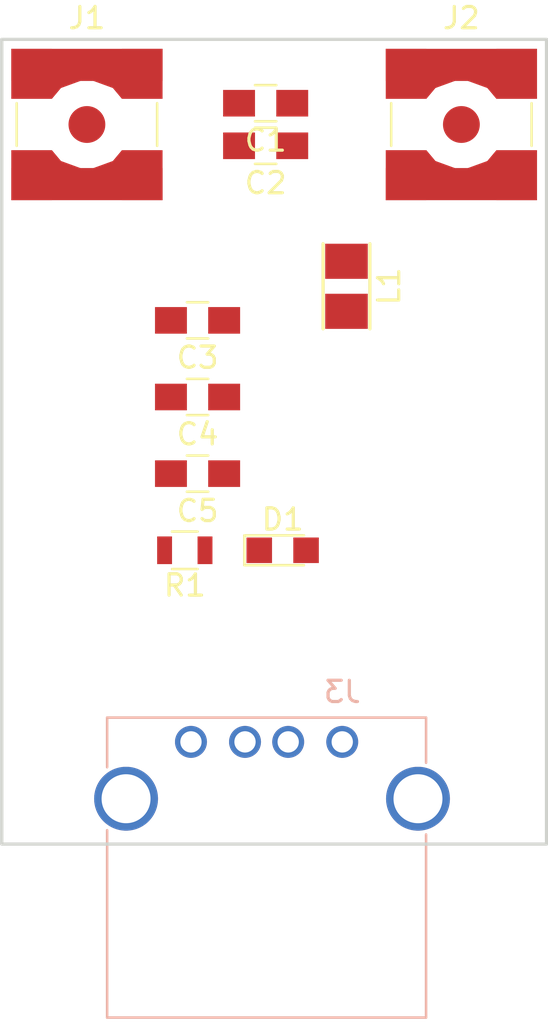
<source format=kicad_pcb>
(kicad_pcb (version 4) (host pcbnew 4.0.7)

  (general
    (links 44)
    (no_connects 20)
    (area 141.314999 90.625 167.485001 138.825001)
    (thickness 1.6)
    (drawings 4)
    (tracks 0)
    (zones 0)
    (modules 11)
    (nets 9)
  )

  (page A4)
  (layers
    (0 F.Cu signal)
    (31 B.Cu signal)
    (32 B.Adhes user)
    (33 F.Adhes user)
    (34 B.Paste user)
    (35 F.Paste user)
    (36 B.SilkS user)
    (37 F.SilkS user)
    (38 B.Mask user)
    (39 F.Mask user)
    (40 Dwgs.User user)
    (41 Cmts.User user)
    (42 Eco1.User user)
    (43 Eco2.User user)
    (44 Edge.Cuts user)
    (45 Margin user)
    (46 B.CrtYd user)
    (47 F.CrtYd user)
    (48 B.Fab user)
    (49 F.Fab user)
  )

  (setup
    (last_trace_width 0.25)
    (trace_clearance 0.2)
    (zone_clearance 0.508)
    (zone_45_only no)
    (trace_min 0.2)
    (segment_width 0.2)
    (edge_width 0.15)
    (via_size 0.6)
    (via_drill 0.4)
    (via_min_size 0.4)
    (via_min_drill 0.3)
    (uvia_size 0.3)
    (uvia_drill 0.1)
    (uvias_allowed no)
    (uvia_min_size 0.2)
    (uvia_min_drill 0.1)
    (pcb_text_width 0.3)
    (pcb_text_size 1.5 1.5)
    (mod_edge_width 0.15)
    (mod_text_size 1 1)
    (mod_text_width 0.15)
    (pad_size 1.524 1.524)
    (pad_drill 0.762)
    (pad_to_mask_clearance 0.2)
    (aux_axis_origin 0 0)
    (visible_elements FFFEFF7F)
    (pcbplotparams
      (layerselection 0x00030_80000001)
      (usegerberextensions false)
      (excludeedgelayer true)
      (linewidth 0.100000)
      (plotframeref false)
      (viasonmask false)
      (mode 1)
      (useauxorigin false)
      (hpglpennumber 1)
      (hpglpenspeed 20)
      (hpglpendiameter 15)
      (hpglpenoverlay 2)
      (psnegative false)
      (psa4output false)
      (plotreference true)
      (plotvalue true)
      (plotinvisibletext false)
      (padsonsilk false)
      (subtractmaskfromsilk false)
      (outputformat 1)
      (mirror false)
      (drillshape 1)
      (scaleselection 1)
      (outputdirectory ""))
  )

  (net 0 "")
  (net 1 "Net-(C1-Pad1)")
  (net 2 "Net-(C1-Pad2)")
  (net 3 GND)
  (net 4 "Net-(D1-Pad1)")
  (net 5 "Net-(C3-Pad1)")
  (net 6 "Net-(C3-Pad2)")
  (net 7 "Net-(J3-Pad3)")
  (net 8 "Net-(J3-Pad2)")

  (net_class Default "This is the default net class."
    (clearance 0.2)
    (trace_width 0.25)
    (via_dia 0.6)
    (via_drill 0.4)
    (uvia_dia 0.3)
    (uvia_drill 0.1)
    (add_net GND)
    (add_net "Net-(C1-Pad1)")
    (add_net "Net-(C1-Pad2)")
    (add_net "Net-(C3-Pad1)")
    (add_net "Net-(C3-Pad2)")
    (add_net "Net-(D1-Pad1)")
    (add_net "Net-(J3-Pad2)")
    (add_net "Net-(J3-Pad3)")
  )

  (module Capacitors_SMD:C_0805_HandSoldering (layer F.Cu) (tedit 58AA84A8) (tstamp 5AE5337B)
    (at 154 95.6 180)
    (descr "Capacitor SMD 0805, hand soldering")
    (tags "capacitor 0805")
    (path /5AE525D7)
    (attr smd)
    (fp_text reference C1 (at 0 -1.75 180) (layer F.SilkS)
      (effects (font (size 1 1) (thickness 0.15)))
    )
    (fp_text value 1nF (at 0 1.75 180) (layer F.Fab)
      (effects (font (size 1 1) (thickness 0.15)))
    )
    (fp_text user %R (at 0 -1.75 180) (layer F.Fab)
      (effects (font (size 1 1) (thickness 0.15)))
    )
    (fp_line (start -1 0.62) (end -1 -0.62) (layer F.Fab) (width 0.1))
    (fp_line (start 1 0.62) (end -1 0.62) (layer F.Fab) (width 0.1))
    (fp_line (start 1 -0.62) (end 1 0.62) (layer F.Fab) (width 0.1))
    (fp_line (start -1 -0.62) (end 1 -0.62) (layer F.Fab) (width 0.1))
    (fp_line (start 0.5 -0.85) (end -0.5 -0.85) (layer F.SilkS) (width 0.12))
    (fp_line (start -0.5 0.85) (end 0.5 0.85) (layer F.SilkS) (width 0.12))
    (fp_line (start -2.25 -0.88) (end 2.25 -0.88) (layer F.CrtYd) (width 0.05))
    (fp_line (start -2.25 -0.88) (end -2.25 0.87) (layer F.CrtYd) (width 0.05))
    (fp_line (start 2.25 0.87) (end 2.25 -0.88) (layer F.CrtYd) (width 0.05))
    (fp_line (start 2.25 0.87) (end -2.25 0.87) (layer F.CrtYd) (width 0.05))
    (pad 1 smd rect (at -1.25 0 180) (size 1.5 1.25) (layers F.Cu F.Paste F.Mask)
      (net 1 "Net-(C1-Pad1)"))
    (pad 2 smd rect (at 1.25 0 180) (size 1.5 1.25) (layers F.Cu F.Paste F.Mask)
      (net 2 "Net-(C1-Pad2)"))
    (model Capacitors_SMD.3dshapes/C_0805.wrl
      (at (xyz 0 0 0))
      (scale (xyz 1 1 1))
      (rotate (xyz 0 0 0))
    )
  )

  (module Capacitors_SMD:C_0805_HandSoldering (layer F.Cu) (tedit 58AA84A8) (tstamp 5AE53381)
    (at 154 97.6 180)
    (descr "Capacitor SMD 0805, hand soldering")
    (tags "capacitor 0805")
    (path /5AE526B5)
    (attr smd)
    (fp_text reference C2 (at 0 -1.75 180) (layer F.SilkS)
      (effects (font (size 1 1) (thickness 0.15)))
    )
    (fp_text value 100pF (at 0 1.75 180) (layer F.Fab)
      (effects (font (size 1 1) (thickness 0.15)))
    )
    (fp_text user %R (at 0 -1.75 180) (layer F.Fab)
      (effects (font (size 1 1) (thickness 0.15)))
    )
    (fp_line (start -1 0.62) (end -1 -0.62) (layer F.Fab) (width 0.1))
    (fp_line (start 1 0.62) (end -1 0.62) (layer F.Fab) (width 0.1))
    (fp_line (start 1 -0.62) (end 1 0.62) (layer F.Fab) (width 0.1))
    (fp_line (start -1 -0.62) (end 1 -0.62) (layer F.Fab) (width 0.1))
    (fp_line (start 0.5 -0.85) (end -0.5 -0.85) (layer F.SilkS) (width 0.12))
    (fp_line (start -0.5 0.85) (end 0.5 0.85) (layer F.SilkS) (width 0.12))
    (fp_line (start -2.25 -0.88) (end 2.25 -0.88) (layer F.CrtYd) (width 0.05))
    (fp_line (start -2.25 -0.88) (end -2.25 0.87) (layer F.CrtYd) (width 0.05))
    (fp_line (start 2.25 0.87) (end 2.25 -0.88) (layer F.CrtYd) (width 0.05))
    (fp_line (start 2.25 0.87) (end -2.25 0.87) (layer F.CrtYd) (width 0.05))
    (pad 1 smd rect (at -1.25 0 180) (size 1.5 1.25) (layers F.Cu F.Paste F.Mask)
      (net 1 "Net-(C1-Pad1)"))
    (pad 2 smd rect (at 1.25 0 180) (size 1.5 1.25) (layers F.Cu F.Paste F.Mask)
      (net 2 "Net-(C1-Pad2)"))
    (model Capacitors_SMD.3dshapes/C_0805.wrl
      (at (xyz 0 0 0))
      (scale (xyz 1 1 1))
      (rotate (xyz 0 0 0))
    )
  )

  (module Capacitors_SMD:C_0805_HandSoldering (layer F.Cu) (tedit 58AA84A8) (tstamp 5AE53387)
    (at 150.8 105.8 180)
    (descr "Capacitor SMD 0805, hand soldering")
    (tags "capacitor 0805")
    (path /5AE52681)
    (attr smd)
    (fp_text reference C3 (at 0 -1.75 180) (layer F.SilkS)
      (effects (font (size 1 1) (thickness 0.15)))
    )
    (fp_text value 100pF (at 0 1.75 180) (layer F.Fab)
      (effects (font (size 1 1) (thickness 0.15)))
    )
    (fp_text user %R (at 0 -1.75 180) (layer F.Fab)
      (effects (font (size 1 1) (thickness 0.15)))
    )
    (fp_line (start -1 0.62) (end -1 -0.62) (layer F.Fab) (width 0.1))
    (fp_line (start 1 0.62) (end -1 0.62) (layer F.Fab) (width 0.1))
    (fp_line (start 1 -0.62) (end 1 0.62) (layer F.Fab) (width 0.1))
    (fp_line (start -1 -0.62) (end 1 -0.62) (layer F.Fab) (width 0.1))
    (fp_line (start 0.5 -0.85) (end -0.5 -0.85) (layer F.SilkS) (width 0.12))
    (fp_line (start -0.5 0.85) (end 0.5 0.85) (layer F.SilkS) (width 0.12))
    (fp_line (start -2.25 -0.88) (end 2.25 -0.88) (layer F.CrtYd) (width 0.05))
    (fp_line (start -2.25 -0.88) (end -2.25 0.87) (layer F.CrtYd) (width 0.05))
    (fp_line (start 2.25 0.87) (end 2.25 -0.88) (layer F.CrtYd) (width 0.05))
    (fp_line (start 2.25 0.87) (end -2.25 0.87) (layer F.CrtYd) (width 0.05))
    (pad 1 smd rect (at -1.25 0 180) (size 1.5 1.25) (layers F.Cu F.Paste F.Mask)
      (net 5 "Net-(C3-Pad1)"))
    (pad 2 smd rect (at 1.25 0 180) (size 1.5 1.25) (layers F.Cu F.Paste F.Mask)
      (net 6 "Net-(C3-Pad2)"))
    (model Capacitors_SMD.3dshapes/C_0805.wrl
      (at (xyz 0 0 0))
      (scale (xyz 1 1 1))
      (rotate (xyz 0 0 0))
    )
  )

  (module Capacitors_SMD:C_0805_HandSoldering (layer F.Cu) (tedit 58AA84A8) (tstamp 5AE5338D)
    (at 150.8 109.4 180)
    (descr "Capacitor SMD 0805, hand soldering")
    (tags "capacitor 0805")
    (path /5AE526E4)
    (attr smd)
    (fp_text reference C4 (at 0 -1.75 180) (layer F.SilkS)
      (effects (font (size 1 1) (thickness 0.15)))
    )
    (fp_text value 1uF (at 0 1.75 180) (layer F.Fab)
      (effects (font (size 1 1) (thickness 0.15)))
    )
    (fp_text user %R (at 0 -1.75 180) (layer F.Fab)
      (effects (font (size 1 1) (thickness 0.15)))
    )
    (fp_line (start -1 0.62) (end -1 -0.62) (layer F.Fab) (width 0.1))
    (fp_line (start 1 0.62) (end -1 0.62) (layer F.Fab) (width 0.1))
    (fp_line (start 1 -0.62) (end 1 0.62) (layer F.Fab) (width 0.1))
    (fp_line (start -1 -0.62) (end 1 -0.62) (layer F.Fab) (width 0.1))
    (fp_line (start 0.5 -0.85) (end -0.5 -0.85) (layer F.SilkS) (width 0.12))
    (fp_line (start -0.5 0.85) (end 0.5 0.85) (layer F.SilkS) (width 0.12))
    (fp_line (start -2.25 -0.88) (end 2.25 -0.88) (layer F.CrtYd) (width 0.05))
    (fp_line (start -2.25 -0.88) (end -2.25 0.87) (layer F.CrtYd) (width 0.05))
    (fp_line (start 2.25 0.87) (end 2.25 -0.88) (layer F.CrtYd) (width 0.05))
    (fp_line (start 2.25 0.87) (end -2.25 0.87) (layer F.CrtYd) (width 0.05))
    (pad 1 smd rect (at -1.25 0 180) (size 1.5 1.25) (layers F.Cu F.Paste F.Mask)
      (net 5 "Net-(C3-Pad1)"))
    (pad 2 smd rect (at 1.25 0 180) (size 1.5 1.25) (layers F.Cu F.Paste F.Mask)
      (net 6 "Net-(C3-Pad2)"))
    (model Capacitors_SMD.3dshapes/C_0805.wrl
      (at (xyz 0 0 0))
      (scale (xyz 1 1 1))
      (rotate (xyz 0 0 0))
    )
  )

  (module Capacitors_SMD:C_0805_HandSoldering (layer F.Cu) (tedit 58AA84A8) (tstamp 5AE53393)
    (at 150.8 113 180)
    (descr "Capacitor SMD 0805, hand soldering")
    (tags "capacitor 0805")
    (path /5AE5270C)
    (attr smd)
    (fp_text reference C5 (at 0 -1.75 180) (layer F.SilkS)
      (effects (font (size 1 1) (thickness 0.15)))
    )
    (fp_text value 10uF (at 0 1.75 180) (layer F.Fab)
      (effects (font (size 1 1) (thickness 0.15)))
    )
    (fp_text user %R (at 0 -1.75 180) (layer F.Fab)
      (effects (font (size 1 1) (thickness 0.15)))
    )
    (fp_line (start -1 0.62) (end -1 -0.62) (layer F.Fab) (width 0.1))
    (fp_line (start 1 0.62) (end -1 0.62) (layer F.Fab) (width 0.1))
    (fp_line (start 1 -0.62) (end 1 0.62) (layer F.Fab) (width 0.1))
    (fp_line (start -1 -0.62) (end 1 -0.62) (layer F.Fab) (width 0.1))
    (fp_line (start 0.5 -0.85) (end -0.5 -0.85) (layer F.SilkS) (width 0.12))
    (fp_line (start -0.5 0.85) (end 0.5 0.85) (layer F.SilkS) (width 0.12))
    (fp_line (start -2.25 -0.88) (end 2.25 -0.88) (layer F.CrtYd) (width 0.05))
    (fp_line (start -2.25 -0.88) (end -2.25 0.87) (layer F.CrtYd) (width 0.05))
    (fp_line (start 2.25 0.87) (end 2.25 -0.88) (layer F.CrtYd) (width 0.05))
    (fp_line (start 2.25 0.87) (end -2.25 0.87) (layer F.CrtYd) (width 0.05))
    (pad 1 smd rect (at -1.25 0 180) (size 1.5 1.25) (layers F.Cu F.Paste F.Mask)
      (net 5 "Net-(C3-Pad1)"))
    (pad 2 smd rect (at 1.25 0 180) (size 1.5 1.25) (layers F.Cu F.Paste F.Mask)
      (net 6 "Net-(C3-Pad2)"))
    (model Capacitors_SMD.3dshapes/C_0805.wrl
      (at (xyz 0 0 0))
      (scale (xyz 1 1 1))
      (rotate (xyz 0 0 0))
    )
  )

  (module LEDs:LED_0805 (layer F.Cu) (tedit 59959803) (tstamp 5AE53399)
    (at 154.8 116.6)
    (descr "LED 0805 smd package")
    (tags "LED led 0805 SMD smd SMT smt smdled SMDLED smtled SMTLED")
    (path /5AE53A5B)
    (attr smd)
    (fp_text reference D1 (at 0 -1.45) (layer F.SilkS)
      (effects (font (size 1 1) (thickness 0.15)))
    )
    (fp_text value yellow (at 0 1.55) (layer F.Fab)
      (effects (font (size 1 1) (thickness 0.15)))
    )
    (fp_line (start -1.8 -0.7) (end -1.8 0.7) (layer F.SilkS) (width 0.12))
    (fp_line (start -0.4 -0.4) (end -0.4 0.4) (layer F.Fab) (width 0.1))
    (fp_line (start -0.4 0) (end 0.2 -0.4) (layer F.Fab) (width 0.1))
    (fp_line (start 0.2 0.4) (end -0.4 0) (layer F.Fab) (width 0.1))
    (fp_line (start 0.2 -0.4) (end 0.2 0.4) (layer F.Fab) (width 0.1))
    (fp_line (start 1 0.6) (end -1 0.6) (layer F.Fab) (width 0.1))
    (fp_line (start 1 -0.6) (end 1 0.6) (layer F.Fab) (width 0.1))
    (fp_line (start -1 -0.6) (end 1 -0.6) (layer F.Fab) (width 0.1))
    (fp_line (start -1 0.6) (end -1 -0.6) (layer F.Fab) (width 0.1))
    (fp_line (start -1.8 0.7) (end 1 0.7) (layer F.SilkS) (width 0.12))
    (fp_line (start -1.8 -0.7) (end 1 -0.7) (layer F.SilkS) (width 0.12))
    (fp_line (start 1.95 -0.85) (end 1.95 0.85) (layer F.CrtYd) (width 0.05))
    (fp_line (start 1.95 0.85) (end -1.95 0.85) (layer F.CrtYd) (width 0.05))
    (fp_line (start -1.95 0.85) (end -1.95 -0.85) (layer F.CrtYd) (width 0.05))
    (fp_line (start -1.95 -0.85) (end 1.95 -0.85) (layer F.CrtYd) (width 0.05))
    (fp_text user %R (at 0 -1.25) (layer F.Fab)
      (effects (font (size 0.4 0.4) (thickness 0.1)))
    )
    (pad 2 smd rect (at 1.1 0 180) (size 1.2 1.2) (layers F.Cu F.Paste F.Mask)
      (net 5 "Net-(C3-Pad1)"))
    (pad 1 smd rect (at -1.1 0 180) (size 1.2 1.2) (layers F.Cu F.Paste F.Mask)
      (net 4 "Net-(D1-Pad1)"))
    (model ${KISYS3DMOD}/LEDs.3dshapes/LED_0805.wrl
      (at (xyz 0 0 0))
      (scale (xyz 1 1 1))
      (rotate (xyz 0 0 180))
    )
  )

  (module Connectors:SMA_SMD_Jack_Straight (layer F.Cu) (tedit 58C35474) (tstamp 5AE533AC)
    (at 145.6 96.6)
    (descr "SMA pcb surface mount jack")
    (tags "SMA SMD Jack Straight")
    (path /5AE52AD4)
    (attr smd)
    (fp_text reference J1 (at 0 -5) (layer F.SilkS)
      (effects (font (size 1 1) (thickness 0.15)))
    )
    (fp_text value SMA (at 0 5) (layer F.Fab)
      (effects (font (size 1 1) (thickness 0.15)))
    )
    (fp_circle (center 0 0) (end 1.27 0) (layer F.Fab) (width 0.1))
    (fp_circle (center 0 0) (end 2.04 0) (layer F.Fab) (width 0.1))
    (fp_line (start 4.06 4.06) (end -4.06 4.06) (layer F.CrtYd) (width 0.05))
    (fp_line (start 4.06 4.06) (end 4.06 -4.06) (layer F.CrtYd) (width 0.05))
    (fp_line (start -4.06 -4.06) (end -4.06 4.06) (layer F.CrtYd) (width 0.05))
    (fp_line (start -4.06 -4.06) (end 4.06 -4.06) (layer F.CrtYd) (width 0.05))
    (fp_line (start 1.58 1.58) (end 1.58 3.17) (layer F.Fab) (width 0.1))
    (fp_line (start 3.17 1.58) (end 1.58 1.58) (layer F.Fab) (width 0.1))
    (fp_line (start 1.58 -1.58) (end 3.17 -1.58) (layer F.Fab) (width 0.1))
    (fp_line (start 1.58 -3.17) (end 1.58 -1.58) (layer F.Fab) (width 0.1))
    (fp_line (start -3.17 1.58) (end -1.58 1.58) (layer F.Fab) (width 0.1))
    (fp_line (start -1.58 1.58) (end -1.58 3.17) (layer F.Fab) (width 0.1))
    (fp_line (start -3.17 -1.58) (end -1.58 -1.58) (layer F.Fab) (width 0.1))
    (fp_line (start -1.58 -3.17) (end -1.58 -1.58) (layer F.Fab) (width 0.1))
    (fp_line (start -3.17 -3.17) (end 3.17 -3.17) (layer F.Fab) (width 0.1))
    (fp_line (start -3.17 -3.17) (end -3.17 3.17) (layer F.Fab) (width 0.1))
    (fp_line (start -3.17 3.17) (end 3.17 3.17) (layer F.Fab) (width 0.1))
    (fp_line (start 3.17 -3.17) (end 3.17 3.17) (layer F.Fab) (width 0.1))
    (fp_line (start -3.3 -1) (end -3.3 1) (layer F.SilkS) (width 0.12))
    (fp_line (start 3.3 -1) (end 3.3 1) (layer F.SilkS) (width 0.12))
    (fp_text user %R (at 0 -5) (layer F.Fab)
      (effects (font (size 1 1) (thickness 0.15)))
    )
    (pad 2 smd rect (at 0.85 2.38 20) (size 2 1) (layers F.Cu F.Paste F.Mask)
      (net 3 GND))
    (pad 2 smd rect (at -0.85 2.38 340) (size 2 1) (layers F.Cu F.Paste F.Mask)
      (net 3 GND))
    (pad 2 smd rect (at 0.85 -2.38 340) (size 2 1) (layers F.Cu F.Paste F.Mask)
      (net 3 GND))
    (pad 2 smd rect (at -0.85 -2.38 20) (size 2 1) (layers F.Cu F.Paste F.Mask)
      (net 3 GND))
    (pad 2 smd rect (at 1.515 1.749 50) (size 1 0.5) (layers F.Cu F.Paste F.Mask)
      (net 3 GND))
    (pad 2 smd rect (at -1.515 1.749 310) (size 1 0.5) (layers F.Cu F.Paste F.Mask)
      (net 3 GND))
    (pad 2 smd rect (at 1.515 -1.749 310) (size 1 0.5) (layers F.Cu F.Paste F.Mask)
      (net 3 GND))
    (pad 2 smd rect (at -1.515 -1.749 50) (size 1 0.5) (layers F.Cu F.Paste F.Mask)
      (net 3 GND))
    (pad 2 smd rect (at 2.6 2.38 90) (size 2.35 1.91) (layers F.Cu F.Paste F.Mask)
      (net 3 GND))
    (pad 2 smd rect (at 0 2.8 90) (size 1.51 7.11) (layers F.Cu F.Paste F.Mask)
      (net 3 GND))
    (pad 2 smd rect (at -2.6 2.38 90) (size 2.35 1.91) (layers F.Cu F.Paste F.Mask)
      (net 3 GND))
    (pad 2 smd rect (at 2.6 -2.38 90) (size 2.35 1.91) (layers F.Cu F.Paste F.Mask)
      (net 3 GND))
    (pad 1 smd circle (at 0 0 90) (size 1.73 1.73) (layers F.Cu F.Paste F.Mask)
      (net 2 "Net-(C1-Pad2)"))
    (pad 2 smd rect (at 0 -2.8 90) (size 1.51 7.11) (layers F.Cu F.Paste F.Mask)
      (net 3 GND))
    (pad 2 smd rect (at -2.6 -2.38 90) (size 2.35 1.91) (layers F.Cu F.Paste F.Mask)
      (net 3 GND))
  )

  (module Connectors:SMA_SMD_Jack_Straight (layer F.Cu) (tedit 58C35474) (tstamp 5AE533BF)
    (at 163.2 96.6)
    (descr "SMA pcb surface mount jack")
    (tags "SMA SMD Jack Straight")
    (path /5AE52A62)
    (attr smd)
    (fp_text reference J2 (at 0 -5) (layer F.SilkS)
      (effects (font (size 1 1) (thickness 0.15)))
    )
    (fp_text value SMA (at 0 5) (layer F.Fab)
      (effects (font (size 1 1) (thickness 0.15)))
    )
    (fp_circle (center 0 0) (end 1.27 0) (layer F.Fab) (width 0.1))
    (fp_circle (center 0 0) (end 2.04 0) (layer F.Fab) (width 0.1))
    (fp_line (start 4.06 4.06) (end -4.06 4.06) (layer F.CrtYd) (width 0.05))
    (fp_line (start 4.06 4.06) (end 4.06 -4.06) (layer F.CrtYd) (width 0.05))
    (fp_line (start -4.06 -4.06) (end -4.06 4.06) (layer F.CrtYd) (width 0.05))
    (fp_line (start -4.06 -4.06) (end 4.06 -4.06) (layer F.CrtYd) (width 0.05))
    (fp_line (start 1.58 1.58) (end 1.58 3.17) (layer F.Fab) (width 0.1))
    (fp_line (start 3.17 1.58) (end 1.58 1.58) (layer F.Fab) (width 0.1))
    (fp_line (start 1.58 -1.58) (end 3.17 -1.58) (layer F.Fab) (width 0.1))
    (fp_line (start 1.58 -3.17) (end 1.58 -1.58) (layer F.Fab) (width 0.1))
    (fp_line (start -3.17 1.58) (end -1.58 1.58) (layer F.Fab) (width 0.1))
    (fp_line (start -1.58 1.58) (end -1.58 3.17) (layer F.Fab) (width 0.1))
    (fp_line (start -3.17 -1.58) (end -1.58 -1.58) (layer F.Fab) (width 0.1))
    (fp_line (start -1.58 -3.17) (end -1.58 -1.58) (layer F.Fab) (width 0.1))
    (fp_line (start -3.17 -3.17) (end 3.17 -3.17) (layer F.Fab) (width 0.1))
    (fp_line (start -3.17 -3.17) (end -3.17 3.17) (layer F.Fab) (width 0.1))
    (fp_line (start -3.17 3.17) (end 3.17 3.17) (layer F.Fab) (width 0.1))
    (fp_line (start 3.17 -3.17) (end 3.17 3.17) (layer F.Fab) (width 0.1))
    (fp_line (start -3.3 -1) (end -3.3 1) (layer F.SilkS) (width 0.12))
    (fp_line (start 3.3 -1) (end 3.3 1) (layer F.SilkS) (width 0.12))
    (fp_text user %R (at 0 -5) (layer F.Fab)
      (effects (font (size 1 1) (thickness 0.15)))
    )
    (pad 2 smd rect (at 0.85 2.38 20) (size 2 1) (layers F.Cu F.Paste F.Mask)
      (net 3 GND))
    (pad 2 smd rect (at -0.85 2.38 340) (size 2 1) (layers F.Cu F.Paste F.Mask)
      (net 3 GND))
    (pad 2 smd rect (at 0.85 -2.38 340) (size 2 1) (layers F.Cu F.Paste F.Mask)
      (net 3 GND))
    (pad 2 smd rect (at -0.85 -2.38 20) (size 2 1) (layers F.Cu F.Paste F.Mask)
      (net 3 GND))
    (pad 2 smd rect (at 1.515 1.749 50) (size 1 0.5) (layers F.Cu F.Paste F.Mask)
      (net 3 GND))
    (pad 2 smd rect (at -1.515 1.749 310) (size 1 0.5) (layers F.Cu F.Paste F.Mask)
      (net 3 GND))
    (pad 2 smd rect (at 1.515 -1.749 310) (size 1 0.5) (layers F.Cu F.Paste F.Mask)
      (net 3 GND))
    (pad 2 smd rect (at -1.515 -1.749 50) (size 1 0.5) (layers F.Cu F.Paste F.Mask)
      (net 3 GND))
    (pad 2 smd rect (at 2.6 2.38 90) (size 2.35 1.91) (layers F.Cu F.Paste F.Mask)
      (net 3 GND))
    (pad 2 smd rect (at 0 2.8 90) (size 1.51 7.11) (layers F.Cu F.Paste F.Mask)
      (net 3 GND))
    (pad 2 smd rect (at -2.6 2.38 90) (size 2.35 1.91) (layers F.Cu F.Paste F.Mask)
      (net 3 GND))
    (pad 2 smd rect (at 2.6 -2.38 90) (size 2.35 1.91) (layers F.Cu F.Paste F.Mask)
      (net 3 GND))
    (pad 1 smd circle (at 0 0 90) (size 1.73 1.73) (layers F.Cu F.Paste F.Mask)
      (net 1 "Net-(C1-Pad1)"))
    (pad 2 smd rect (at 0 -2.8 90) (size 1.51 7.11) (layers F.Cu F.Paste F.Mask)
      (net 3 GND))
    (pad 2 smd rect (at -2.6 -2.38 90) (size 2.35 1.91) (layers F.Cu F.Paste F.Mask)
      (net 3 GND))
  )

  (module Inductors:Inductor_Taiyo-Yuden_NR-20xx_HandSoldering (layer F.Cu) (tedit 574C3AE3) (tstamp 5AE533C5)
    (at 157.8 104.2 270)
    (descr "Inductor, Taiyo Yuden, NR series, Taiyo-Yuden_NR-20xx, 2.0mmx2.0mm")
    (tags "inductor taiyo-yuden nr smd")
    (path /5AE529D9)
    (attr smd)
    (fp_text reference L1 (at 0 -2 270) (layer F.SilkS)
      (effects (font (size 1 1) (thickness 0.15)))
    )
    (fp_text value 1.8uH (at 0 2.5 270) (layer F.Fab)
      (effects (font (size 1 1) (thickness 0.15)))
    )
    (fp_line (start -1 0) (end -1 -0.625) (layer F.Fab) (width 0.15))
    (fp_line (start -1 -0.625) (end -0.625 -1) (layer F.Fab) (width 0.15))
    (fp_line (start -0.625 -1) (end 0 -1) (layer F.Fab) (width 0.15))
    (fp_line (start 1 0) (end 1 -0.625) (layer F.Fab) (width 0.15))
    (fp_line (start 1 -0.625) (end 0.625 -1) (layer F.Fab) (width 0.15))
    (fp_line (start 0.625 -1) (end 0 -1) (layer F.Fab) (width 0.15))
    (fp_line (start 1 0) (end 1 0.625) (layer F.Fab) (width 0.15))
    (fp_line (start 1 0.625) (end 0.625 1) (layer F.Fab) (width 0.15))
    (fp_line (start 0.625 1) (end 0 1) (layer F.Fab) (width 0.15))
    (fp_line (start -1 0) (end -1 0.625) (layer F.Fab) (width 0.15))
    (fp_line (start -1 0.625) (end -0.625 1) (layer F.Fab) (width 0.15))
    (fp_line (start -0.625 1) (end 0 1) (layer F.Fab) (width 0.15))
    (fp_line (start -2 -1.1) (end 2 -1.1) (layer F.SilkS) (width 0.15))
    (fp_line (start -2 1.1) (end 2 1.1) (layer F.SilkS) (width 0.15))
    (fp_line (start -2.25 -1.3) (end -2.25 1.3) (layer F.CrtYd) (width 0.05))
    (fp_line (start -2.25 1.3) (end 2.25 1.3) (layer F.CrtYd) (width 0.05))
    (fp_line (start 2.25 1.3) (end 2.25 -1.3) (layer F.CrtYd) (width 0.05))
    (fp_line (start 2.25 -1.3) (end -2.25 -1.3) (layer F.CrtYd) (width 0.05))
    (pad 1 smd rect (at -1.175 0 270) (size 1.65 2) (layers F.Cu F.Paste F.Mask)
      (net 1 "Net-(C1-Pad1)"))
    (pad 2 smd rect (at 1.175 0 270) (size 1.65 2) (layers F.Cu F.Paste F.Mask)
      (net 5 "Net-(C3-Pad1)"))
    (model Inductors.3dshapes/Inductor_Taiyo-Yuden_NR-20xx.wrl
      (at (xyz 0 0 0))
      (scale (xyz 1 1 1))
      (rotate (xyz 0 0 0))
    )
  )

  (module Resistors_SMD:R_0805 (layer F.Cu) (tedit 58E0A804) (tstamp 5AE533CB)
    (at 150.2 116.6 180)
    (descr "Resistor SMD 0805, reflow soldering, Vishay (see dcrcw.pdf)")
    (tags "resistor 0805")
    (path /5AE53B5B)
    (attr smd)
    (fp_text reference R1 (at 0 -1.65 180) (layer F.SilkS)
      (effects (font (size 1 1) (thickness 0.15)))
    )
    (fp_text value 3.5 (at 0 1.75 180) (layer F.Fab)
      (effects (font (size 1 1) (thickness 0.15)))
    )
    (fp_text user %R (at 0 0 180) (layer F.Fab)
      (effects (font (size 0.5 0.5) (thickness 0.075)))
    )
    (fp_line (start -1 0.62) (end -1 -0.62) (layer F.Fab) (width 0.1))
    (fp_line (start 1 0.62) (end -1 0.62) (layer F.Fab) (width 0.1))
    (fp_line (start 1 -0.62) (end 1 0.62) (layer F.Fab) (width 0.1))
    (fp_line (start -1 -0.62) (end 1 -0.62) (layer F.Fab) (width 0.1))
    (fp_line (start 0.6 0.88) (end -0.6 0.88) (layer F.SilkS) (width 0.12))
    (fp_line (start -0.6 -0.88) (end 0.6 -0.88) (layer F.SilkS) (width 0.12))
    (fp_line (start -1.55 -0.9) (end 1.55 -0.9) (layer F.CrtYd) (width 0.05))
    (fp_line (start -1.55 -0.9) (end -1.55 0.9) (layer F.CrtYd) (width 0.05))
    (fp_line (start 1.55 0.9) (end 1.55 -0.9) (layer F.CrtYd) (width 0.05))
    (fp_line (start 1.55 0.9) (end -1.55 0.9) (layer F.CrtYd) (width 0.05))
    (pad 1 smd rect (at -0.95 0 180) (size 0.7 1.3) (layers F.Cu F.Paste F.Mask)
      (net 4 "Net-(D1-Pad1)"))
    (pad 2 smd rect (at 0.95 0 180) (size 0.7 1.3) (layers F.Cu F.Paste F.Mask)
      (net 6 "Net-(C3-Pad2)"))
    (model ${KISYS3DMOD}/Resistors_SMD.3dshapes/R_0805.wrl
      (at (xyz 0 0 0))
      (scale (xyz 1 1 1))
      (rotate (xyz 0 0 0))
    )
  )

  (module Connectors:USB_A (layer B.Cu) (tedit 5543E289) (tstamp 5AE53CD3)
    (at 157.6 125.6 180)
    (descr "USB A connector")
    (tags "USB USB_A")
    (path /5AE54A20)
    (fp_text reference J3 (at 0 2.35 180) (layer B.SilkS)
      (effects (font (size 1 1) (thickness 0.15)) (justify mirror))
    )
    (fp_text value USB_A (at 3.84 -7.44 180) (layer B.Fab)
      (effects (font (size 1 1) (thickness 0.15)) (justify mirror))
    )
    (fp_line (start -5.3 -13.2) (end -5.3 1.4) (layer B.CrtYd) (width 0.05))
    (fp_line (start 11.95 1.4) (end 11.95 -13.2) (layer B.CrtYd) (width 0.05))
    (fp_line (start -5.3 -13.2) (end 11.95 -13.2) (layer B.CrtYd) (width 0.05))
    (fp_line (start -5.3 1.4) (end 11.95 1.4) (layer B.CrtYd) (width 0.05))
    (fp_line (start 11.05 1.14) (end 11.05 -1.19) (layer B.SilkS) (width 0.12))
    (fp_line (start -3.94 1.14) (end -3.94 -0.98) (layer B.SilkS) (width 0.12))
    (fp_line (start 11.05 1.14) (end -3.94 1.14) (layer B.SilkS) (width 0.12))
    (fp_line (start 11.05 -12.95) (end -3.94 -12.95) (layer B.SilkS) (width 0.12))
    (fp_line (start 11.05 -4.15) (end 11.05 -12.95) (layer B.SilkS) (width 0.12))
    (fp_line (start -3.94 -4.35) (end -3.94 -12.95) (layer B.SilkS) (width 0.12))
    (pad 4 thru_hole circle (at 7.11 0 270) (size 1.5 1.5) (drill 1) (layers *.Cu *.Mask)
      (net 6 "Net-(C3-Pad2)"))
    (pad 3 thru_hole circle (at 4.57 0 270) (size 1.5 1.5) (drill 1) (layers *.Cu *.Mask)
      (net 7 "Net-(J3-Pad3)"))
    (pad 2 thru_hole circle (at 2.54 0 270) (size 1.5 1.5) (drill 1) (layers *.Cu *.Mask)
      (net 8 "Net-(J3-Pad2)"))
    (pad 1 thru_hole circle (at 0 0 270) (size 1.5 1.5) (drill 1) (layers *.Cu *.Mask)
      (net 5 "Net-(C3-Pad1)"))
    (pad 5 thru_hole circle (at 10.16 -2.67 270) (size 3 3) (drill 2.3) (layers *.Cu *.Mask)
      (net 6 "Net-(C3-Pad2)"))
    (pad 5 thru_hole circle (at -3.56 -2.67 270) (size 3 3) (drill 2.3) (layers *.Cu *.Mask)
      (net 6 "Net-(C3-Pad2)"))
    (model ${KISYS3DMOD}/Connectors.3dshapes/USB_A.wrl
      (at (xyz 0.14 0 0))
      (scale (xyz 1 1 1))
      (rotate (xyz 0 0 90))
    )
  )

  (gr_line (start 167.2 130.4) (end 141.6 130.4) (angle 90) (layer Edge.Cuts) (width 0.15))
  (gr_line (start 141.6 92.6) (end 167.2 92.6) (angle 90) (layer Edge.Cuts) (width 0.15))
  (gr_line (start 141.6 92.6) (end 141.6 130.4) (angle 90) (layer Edge.Cuts) (width 0.15) (tstamp 5AE53ECE))
  (gr_line (start 167.2 92.6) (end 167.2 130.4) (angle 90) (layer Edge.Cuts) (width 0.15))

)

</source>
